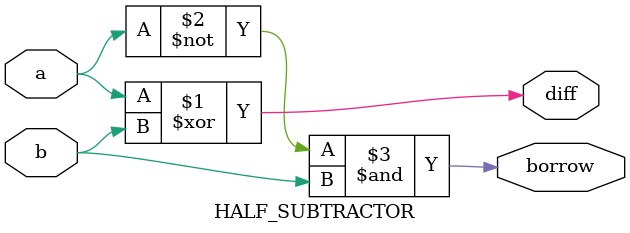
<source format=v>
module HALF_SUBTRACTOR (
    input  wire a, b,         // Inputs
    output wire diff, borrow  // Outputs
);

    // Logic equations
    assign diff   = a ^ b;     // XOR for difference
    assign borrow = ~a & b;    // Borrow when a < b

endmodule


</source>
